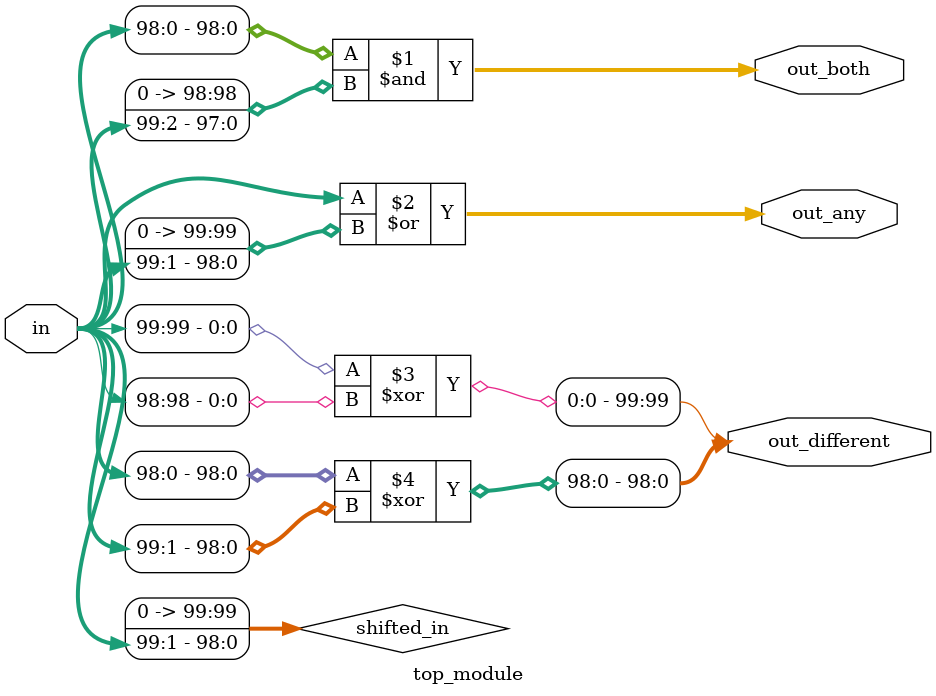
<source format=sv>
module top_module (
	input [99:0] in,
	output [98:0] out_both,
	output [99:0] out_any,
	output [99:0] out_different
);

	wire [99:0] shifted_in;
	assign shifted_in = {1'b0, in[99:1]}; // Shift the input signal by one bit

	assign out_both = in[98:0] & shifted_in[99:1]; // 99-bit AND operation
	assign out_any = in | shifted_in; // 100-bit OR operation
	assign out_different[99] = in[99] ^ in[98];
	assign out_different[98:0] = in[98:0] ^ shifted_in[98:0]; // 99-bit XOR operation

endmodule

</source>
